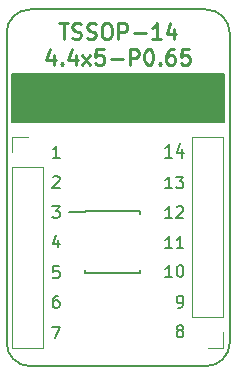
<source format=gbr>
G04 #@! TF.GenerationSoftware,KiCad,Pcbnew,5.1.6-c6e7f7d~86~ubuntu20.04.1*
G04 #@! TF.CreationDate,2020-05-17T01:17:02+03:00*
G04 #@! TF.ProjectId,BRK-TSSOP-14-4.4x5-P0.65,42524b2d-5453-4534-9f50-2d31342d342e,v1.0*
G04 #@! TF.SameCoordinates,Original*
G04 #@! TF.FileFunction,Legend,Top*
G04 #@! TF.FilePolarity,Positive*
%FSLAX46Y46*%
G04 Gerber Fmt 4.6, Leading zero omitted, Abs format (unit mm)*
G04 Created by KiCad (PCBNEW 5.1.6-c6e7f7d~86~ubuntu20.04.1) date 2020-05-17 01:17:02*
%MOMM*%
%LPD*%
G01*
G04 APERTURE LIST*
%ADD10C,0.200000*%
G04 #@! TA.AperFunction,Profile*
%ADD11C,0.150000*%
G04 #@! TD*
%ADD12C,0.150000*%
%ADD13C,0.250000*%
%ADD14C,0.120000*%
G04 APERTURE END LIST*
D10*
X65598571Y-75180952D02*
X65503333Y-75133333D01*
X65455714Y-75085714D01*
X65408095Y-74990476D01*
X65408095Y-74942857D01*
X65455714Y-74847619D01*
X65503333Y-74800000D01*
X65598571Y-74752380D01*
X65789047Y-74752380D01*
X65884285Y-74800000D01*
X65931904Y-74847619D01*
X65979523Y-74942857D01*
X65979523Y-74990476D01*
X65931904Y-75085714D01*
X65884285Y-75133333D01*
X65789047Y-75180952D01*
X65598571Y-75180952D01*
X65503333Y-75228571D01*
X65455714Y-75276190D01*
X65408095Y-75371428D01*
X65408095Y-75561904D01*
X65455714Y-75657142D01*
X65503333Y-75704761D01*
X65598571Y-75752380D01*
X65789047Y-75752380D01*
X65884285Y-75704761D01*
X65931904Y-75657142D01*
X65979523Y-75561904D01*
X65979523Y-75371428D01*
X65931904Y-75276190D01*
X65884285Y-75228571D01*
X65789047Y-75180952D01*
X65503333Y-73252380D02*
X65693809Y-73252380D01*
X65789047Y-73204761D01*
X65836666Y-73157142D01*
X65931904Y-73014285D01*
X65979523Y-72823809D01*
X65979523Y-72442857D01*
X65931904Y-72347619D01*
X65884285Y-72300000D01*
X65789047Y-72252380D01*
X65598571Y-72252380D01*
X65503333Y-72300000D01*
X65455714Y-72347619D01*
X65408095Y-72442857D01*
X65408095Y-72680952D01*
X65455714Y-72776190D01*
X65503333Y-72823809D01*
X65598571Y-72871428D01*
X65789047Y-72871428D01*
X65884285Y-72823809D01*
X65931904Y-72776190D01*
X65979523Y-72680952D01*
X65027142Y-70652380D02*
X64455714Y-70652380D01*
X64741428Y-70652380D02*
X64741428Y-69652380D01*
X64646190Y-69795238D01*
X64550952Y-69890476D01*
X64455714Y-69938095D01*
X65646190Y-69652380D02*
X65741428Y-69652380D01*
X65836666Y-69700000D01*
X65884285Y-69747619D01*
X65931904Y-69842857D01*
X65979523Y-70033333D01*
X65979523Y-70271428D01*
X65931904Y-70461904D01*
X65884285Y-70557142D01*
X65836666Y-70604761D01*
X65741428Y-70652380D01*
X65646190Y-70652380D01*
X65550952Y-70604761D01*
X65503333Y-70557142D01*
X65455714Y-70461904D01*
X65408095Y-70271428D01*
X65408095Y-70033333D01*
X65455714Y-69842857D01*
X65503333Y-69747619D01*
X65550952Y-69700000D01*
X65646190Y-69652380D01*
X54872857Y-74852380D02*
X55539523Y-74852380D01*
X55110952Y-75852380D01*
X55396666Y-72252380D02*
X55206190Y-72252380D01*
X55110952Y-72300000D01*
X55063333Y-72347619D01*
X54968095Y-72490476D01*
X54920476Y-72680952D01*
X54920476Y-73061904D01*
X54968095Y-73157142D01*
X55015714Y-73204761D01*
X55110952Y-73252380D01*
X55301428Y-73252380D01*
X55396666Y-73204761D01*
X55444285Y-73157142D01*
X55491904Y-73061904D01*
X55491904Y-72823809D01*
X55444285Y-72728571D01*
X55396666Y-72680952D01*
X55301428Y-72633333D01*
X55110952Y-72633333D01*
X55015714Y-72680952D01*
X54968095Y-72728571D01*
X54920476Y-72823809D01*
X55444285Y-69752380D02*
X54968095Y-69752380D01*
X54920476Y-70228571D01*
X54968095Y-70180952D01*
X55063333Y-70133333D01*
X55301428Y-70133333D01*
X55396666Y-70180952D01*
X55444285Y-70228571D01*
X55491904Y-70323809D01*
X55491904Y-70561904D01*
X55444285Y-70657142D01*
X55396666Y-70704761D01*
X55301428Y-70752380D01*
X55063333Y-70752380D01*
X54968095Y-70704761D01*
X54920476Y-70657142D01*
X55396666Y-67485714D02*
X55396666Y-68152380D01*
X55158571Y-67104761D02*
X54920476Y-67819047D01*
X55539523Y-67819047D01*
X54872857Y-64652380D02*
X55491904Y-64652380D01*
X55158571Y-65033333D01*
X55301428Y-65033333D01*
X55396666Y-65080952D01*
X55444285Y-65128571D01*
X55491904Y-65223809D01*
X55491904Y-65461904D01*
X55444285Y-65557142D01*
X55396666Y-65604761D01*
X55301428Y-65652380D01*
X55015714Y-65652380D01*
X54920476Y-65604761D01*
X54872857Y-65557142D01*
X65027142Y-68202380D02*
X64455714Y-68202380D01*
X64741428Y-68202380D02*
X64741428Y-67202380D01*
X64646190Y-67345238D01*
X64550952Y-67440476D01*
X64455714Y-67488095D01*
X65979523Y-68202380D02*
X65408095Y-68202380D01*
X65693809Y-68202380D02*
X65693809Y-67202380D01*
X65598571Y-67345238D01*
X65503333Y-67440476D01*
X65408095Y-67488095D01*
D11*
X53000000Y-78200000D02*
G75*
G02*
X51000000Y-76200000I0J2000000D01*
G01*
X69900000Y-76200000D02*
G75*
G02*
X67900000Y-78200000I-2000000J0D01*
G01*
X67900000Y-48000000D02*
G75*
G02*
X69900000Y-50000000I0J-2000000D01*
G01*
X51000000Y-50000000D02*
G75*
G02*
X53000000Y-48000000I2000000J0D01*
G01*
D10*
X65027142Y-65652380D02*
X64455714Y-65652380D01*
X64741428Y-65652380D02*
X64741428Y-64652380D01*
X64646190Y-64795238D01*
X64550952Y-64890476D01*
X64455714Y-64938095D01*
X65408095Y-64747619D02*
X65455714Y-64700000D01*
X65550952Y-64652380D01*
X65789047Y-64652380D01*
X65884285Y-64700000D01*
X65931904Y-64747619D01*
X65979523Y-64842857D01*
X65979523Y-64938095D01*
X65931904Y-65080952D01*
X65360476Y-65652380D01*
X65979523Y-65652380D01*
X65027142Y-63152380D02*
X64455714Y-63152380D01*
X64741428Y-63152380D02*
X64741428Y-62152380D01*
X64646190Y-62295238D01*
X64550952Y-62390476D01*
X64455714Y-62438095D01*
X65360476Y-62152380D02*
X65979523Y-62152380D01*
X65646190Y-62533333D01*
X65789047Y-62533333D01*
X65884285Y-62580952D01*
X65931904Y-62628571D01*
X65979523Y-62723809D01*
X65979523Y-62961904D01*
X65931904Y-63057142D01*
X65884285Y-63104761D01*
X65789047Y-63152380D01*
X65503333Y-63152380D01*
X65408095Y-63104761D01*
X65360476Y-63057142D01*
X65027142Y-60592857D02*
X64455714Y-60592857D01*
X64741428Y-60592857D02*
X64741428Y-59392857D01*
X64646190Y-59564285D01*
X64550952Y-59678571D01*
X64455714Y-59735714D01*
X65884285Y-59792857D02*
X65884285Y-60592857D01*
X65646190Y-59335714D02*
X65408095Y-60192857D01*
X66027142Y-60192857D01*
X54920476Y-62197619D02*
X54968095Y-62150000D01*
X55063333Y-62102380D01*
X55301428Y-62102380D01*
X55396666Y-62150000D01*
X55444285Y-62197619D01*
X55491904Y-62292857D01*
X55491904Y-62388095D01*
X55444285Y-62530952D01*
X54872857Y-63102380D01*
X55491904Y-63102380D01*
X55491904Y-60552380D02*
X54920476Y-60552380D01*
X55206190Y-60552380D02*
X55206190Y-59552380D01*
X55110952Y-59695238D01*
X55015714Y-59790476D01*
X54920476Y-59838095D01*
D11*
X67900000Y-78200000D02*
X53000000Y-78200000D01*
D12*
G36*
X69400000Y-57500000D02*
G01*
X51500000Y-57500000D01*
X51500000Y-53500000D01*
X69400000Y-53500000D01*
X69400000Y-57500000D01*
G37*
X69400000Y-57500000D02*
X51500000Y-57500000D01*
X51500000Y-53500000D01*
X69400000Y-53500000D01*
X69400000Y-57500000D01*
D11*
X69900000Y-50000000D02*
X69900000Y-76200000D01*
D13*
X55466666Y-49188095D02*
X56209523Y-49188095D01*
X55838095Y-50488095D02*
X55838095Y-49188095D01*
X56580952Y-50426190D02*
X56766666Y-50488095D01*
X57076190Y-50488095D01*
X57200000Y-50426190D01*
X57261904Y-50364285D01*
X57323809Y-50240476D01*
X57323809Y-50116666D01*
X57261904Y-49992857D01*
X57200000Y-49930952D01*
X57076190Y-49869047D01*
X56828571Y-49807142D01*
X56704761Y-49745238D01*
X56642857Y-49683333D01*
X56580952Y-49559523D01*
X56580952Y-49435714D01*
X56642857Y-49311904D01*
X56704761Y-49250000D01*
X56828571Y-49188095D01*
X57138095Y-49188095D01*
X57323809Y-49250000D01*
X57819047Y-50426190D02*
X58004761Y-50488095D01*
X58314285Y-50488095D01*
X58438095Y-50426190D01*
X58500000Y-50364285D01*
X58561904Y-50240476D01*
X58561904Y-50116666D01*
X58500000Y-49992857D01*
X58438095Y-49930952D01*
X58314285Y-49869047D01*
X58066666Y-49807142D01*
X57942857Y-49745238D01*
X57880952Y-49683333D01*
X57819047Y-49559523D01*
X57819047Y-49435714D01*
X57880952Y-49311904D01*
X57942857Y-49250000D01*
X58066666Y-49188095D01*
X58376190Y-49188095D01*
X58561904Y-49250000D01*
X59366666Y-49188095D02*
X59614285Y-49188095D01*
X59738095Y-49250000D01*
X59861904Y-49373809D01*
X59923809Y-49621428D01*
X59923809Y-50054761D01*
X59861904Y-50302380D01*
X59738095Y-50426190D01*
X59614285Y-50488095D01*
X59366666Y-50488095D01*
X59242857Y-50426190D01*
X59119047Y-50302380D01*
X59057142Y-50054761D01*
X59057142Y-49621428D01*
X59119047Y-49373809D01*
X59242857Y-49250000D01*
X59366666Y-49188095D01*
X60480952Y-50488095D02*
X60480952Y-49188095D01*
X60976190Y-49188095D01*
X61100000Y-49250000D01*
X61161904Y-49311904D01*
X61223809Y-49435714D01*
X61223809Y-49621428D01*
X61161904Y-49745238D01*
X61100000Y-49807142D01*
X60976190Y-49869047D01*
X60480952Y-49869047D01*
X61780952Y-49992857D02*
X62771428Y-49992857D01*
X64071428Y-50488095D02*
X63328571Y-50488095D01*
X63700000Y-50488095D02*
X63700000Y-49188095D01*
X63576190Y-49373809D01*
X63452380Y-49497619D01*
X63328571Y-49559523D01*
X65185714Y-49621428D02*
X65185714Y-50488095D01*
X64876190Y-49126190D02*
X64566666Y-50054761D01*
X65371428Y-50054761D01*
X55002380Y-51821428D02*
X55002380Y-52688095D01*
X54692857Y-51326190D02*
X54383333Y-52254761D01*
X55188095Y-52254761D01*
X55683333Y-52564285D02*
X55745238Y-52626190D01*
X55683333Y-52688095D01*
X55621428Y-52626190D01*
X55683333Y-52564285D01*
X55683333Y-52688095D01*
X56859523Y-51821428D02*
X56859523Y-52688095D01*
X56550000Y-51326190D02*
X56240476Y-52254761D01*
X57045238Y-52254761D01*
X57416666Y-52688095D02*
X58097619Y-51821428D01*
X57416666Y-51821428D02*
X58097619Y-52688095D01*
X59211904Y-51388095D02*
X58592857Y-51388095D01*
X58530952Y-52007142D01*
X58592857Y-51945238D01*
X58716666Y-51883333D01*
X59026190Y-51883333D01*
X59150000Y-51945238D01*
X59211904Y-52007142D01*
X59273809Y-52130952D01*
X59273809Y-52440476D01*
X59211904Y-52564285D01*
X59150000Y-52626190D01*
X59026190Y-52688095D01*
X58716666Y-52688095D01*
X58592857Y-52626190D01*
X58530952Y-52564285D01*
X59830952Y-52192857D02*
X60821428Y-52192857D01*
X61440476Y-52688095D02*
X61440476Y-51388095D01*
X61935714Y-51388095D01*
X62059523Y-51450000D01*
X62121428Y-51511904D01*
X62183333Y-51635714D01*
X62183333Y-51821428D01*
X62121428Y-51945238D01*
X62059523Y-52007142D01*
X61935714Y-52069047D01*
X61440476Y-52069047D01*
X62988095Y-51388095D02*
X63111904Y-51388095D01*
X63235714Y-51450000D01*
X63297619Y-51511904D01*
X63359523Y-51635714D01*
X63421428Y-51883333D01*
X63421428Y-52192857D01*
X63359523Y-52440476D01*
X63297619Y-52564285D01*
X63235714Y-52626190D01*
X63111904Y-52688095D01*
X62988095Y-52688095D01*
X62864285Y-52626190D01*
X62802380Y-52564285D01*
X62740476Y-52440476D01*
X62678571Y-52192857D01*
X62678571Y-51883333D01*
X62740476Y-51635714D01*
X62802380Y-51511904D01*
X62864285Y-51450000D01*
X62988095Y-51388095D01*
X63978571Y-52564285D02*
X64040476Y-52626190D01*
X63978571Y-52688095D01*
X63916666Y-52626190D01*
X63978571Y-52564285D01*
X63978571Y-52688095D01*
X65154761Y-51388095D02*
X64907142Y-51388095D01*
X64783333Y-51450000D01*
X64721428Y-51511904D01*
X64597619Y-51697619D01*
X64535714Y-51945238D01*
X64535714Y-52440476D01*
X64597619Y-52564285D01*
X64659523Y-52626190D01*
X64783333Y-52688095D01*
X65030952Y-52688095D01*
X65154761Y-52626190D01*
X65216666Y-52564285D01*
X65278571Y-52440476D01*
X65278571Y-52130952D01*
X65216666Y-52007142D01*
X65154761Y-51945238D01*
X65030952Y-51883333D01*
X64783333Y-51883333D01*
X64659523Y-51945238D01*
X64597619Y-52007142D01*
X64535714Y-52130952D01*
X66454761Y-51388095D02*
X65835714Y-51388095D01*
X65773809Y-52007142D01*
X65835714Y-51945238D01*
X65959523Y-51883333D01*
X66269047Y-51883333D01*
X66392857Y-51945238D01*
X66454761Y-52007142D01*
X66516666Y-52130952D01*
X66516666Y-52440476D01*
X66454761Y-52564285D01*
X66392857Y-52626190D01*
X66269047Y-52688095D01*
X65959523Y-52688095D01*
X65835714Y-52626190D01*
X65773809Y-52564285D01*
D11*
X53000000Y-48000000D02*
X67900000Y-48000000D01*
X51000000Y-76200000D02*
X51000000Y-50000000D01*
D12*
X57675000Y-65055000D02*
X57675000Y-65180000D01*
X62325000Y-65055000D02*
X62325000Y-65280000D01*
X62325000Y-70305000D02*
X62325000Y-70080000D01*
X57675000Y-70305000D02*
X57675000Y-70080000D01*
X57675000Y-65055000D02*
X62325000Y-65055000D01*
X57675000Y-70305000D02*
X62325000Y-70305000D01*
X57675000Y-65180000D02*
X56325000Y-65180000D01*
D14*
X69370000Y-58770000D02*
X66710000Y-58770000D01*
X69370000Y-74070000D02*
X69370000Y-58770000D01*
X66710000Y-74070000D02*
X66710000Y-58770000D01*
X69370000Y-74070000D02*
X66710000Y-74070000D01*
X69370000Y-75340000D02*
X69370000Y-76670000D01*
X69370000Y-76670000D02*
X68040000Y-76670000D01*
X51470000Y-76670000D02*
X54130000Y-76670000D01*
X51470000Y-61370000D02*
X51470000Y-76670000D01*
X54130000Y-61370000D02*
X54130000Y-76670000D01*
X51470000Y-61370000D02*
X54130000Y-61370000D01*
X51470000Y-60100000D02*
X51470000Y-58770000D01*
X51470000Y-58770000D02*
X52800000Y-58770000D01*
M02*

</source>
